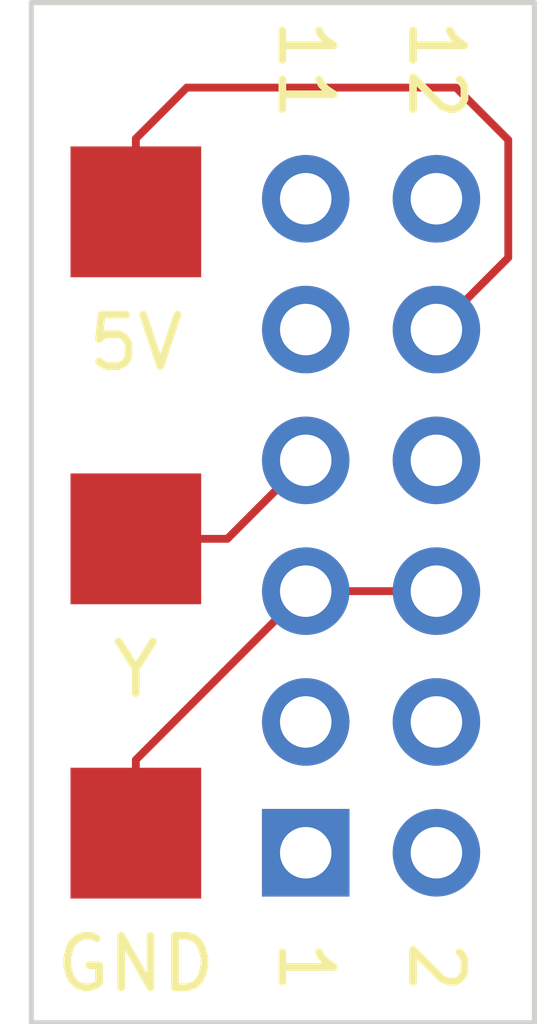
<source format=kicad_pcb>
(kicad_pcb (version 20171130) (host pcbnew "(5.1.5)-3")

  (general
    (thickness 1.6)
    (drawings 8)
    (tracks 13)
    (zones 0)
    (modules 4)
    (nets 12)
  )

  (page A4)
  (layers
    (0 F.Cu signal)
    (31 B.Cu signal)
    (32 B.Adhes user)
    (33 F.Adhes user)
    (34 B.Paste user)
    (35 F.Paste user)
    (36 B.SilkS user)
    (37 F.SilkS user)
    (38 B.Mask user)
    (39 F.Mask user)
    (40 Dwgs.User user)
    (41 Cmts.User user)
    (42 Eco1.User user)
    (43 Eco2.User user)
    (44 Edge.Cuts user)
    (45 Margin user)
    (46 B.CrtYd user)
    (47 F.CrtYd user)
    (48 B.Fab user)
    (49 F.Fab user)
  )

  (setup
    (last_trace_width 0.1524)
    (trace_clearance 0.1524)
    (zone_clearance 0.508)
    (zone_45_only no)
    (trace_min 0.1524)
    (via_size 0.6858)
    (via_drill 0.3302)
    (via_min_size 0.508)
    (via_min_drill 0.254)
    (uvia_size 0.6858)
    (uvia_drill 0.3302)
    (uvias_allowed no)
    (uvia_min_size 0.508)
    (uvia_min_drill 0.254)
    (edge_width 0.05)
    (segment_width 0.2)
    (pcb_text_width 0.3)
    (pcb_text_size 1.5 1.5)
    (mod_edge_width 0.12)
    (mod_text_size 1 1)
    (mod_text_width 0.15)
    (pad_size 1.524 1.524)
    (pad_drill 0.762)
    (pad_to_mask_clearance 0.0508)
    (solder_mask_min_width 0.101)
    (aux_axis_origin 0 0)
    (visible_elements 7FFFFFFF)
    (pcbplotparams
      (layerselection 0x010fc_ffffffff)
      (usegerberextensions false)
      (usegerberattributes false)
      (usegerberadvancedattributes false)
      (creategerberjobfile false)
      (excludeedgelayer true)
      (linewidth 0.100000)
      (plotframeref false)
      (viasonmask false)
      (mode 1)
      (useauxorigin false)
      (hpglpennumber 1)
      (hpglpenspeed 20)
      (hpglpendiameter 15.000000)
      (psnegative false)
      (psa4output false)
      (plotreference true)
      (plotvalue true)
      (plotinvisibletext false)
      (padsonsilk false)
      (subtractmaskfromsilk false)
      (outputformat 1)
      (mirror false)
      (drillshape 1)
      (scaleselection 1)
      (outputdirectory ""))
  )

  (net 0 "")
  (net 1 "Net-(J1-Pad12)")
  (net 2 "Net-(J1-Pad11)")
  (net 3 "Net-(J1-Pad10)")
  (net 4 "Net-(J1-Pad9)")
  (net 5 "Net-(J1-Pad8)")
  (net 6 "Net-(J1-Pad7)")
  (net 7 "Net-(J1-Pad5)")
  (net 8 "Net-(J1-Pad4)")
  (net 9 "Net-(J1-Pad3)")
  (net 10 "Net-(J1-Pad2)")
  (net 11 "Net-(J1-Pad1)")

  (net_class Default "This is the default net class."
    (clearance 0.1524)
    (trace_width 0.1524)
    (via_dia 0.6858)
    (via_drill 0.3302)
    (uvia_dia 0.6858)
    (uvia_drill 0.3302)
    (add_net "Net-(J1-Pad1)")
    (add_net "Net-(J1-Pad10)")
    (add_net "Net-(J1-Pad11)")
    (add_net "Net-(J1-Pad12)")
    (add_net "Net-(J1-Pad2)")
    (add_net "Net-(J1-Pad3)")
    (add_net "Net-(J1-Pad4)")
    (add_net "Net-(J1-Pad5)")
    (add_net "Net-(J1-Pad7)")
    (add_net "Net-(J1-Pad8)")
    (add_net "Net-(J1-Pad9)")
  )

  (module Connector_PinHeader_2.54mm:PinHeader_2x06_P2.54mm_Vertical (layer B.Cu) (tedit 63F28CEB) (tstamp 63F2E761)
    (at 24.892 32.766)
    (descr "Through hole straight pin header, 2x06, 2.54mm pitch, double rows")
    (tags "Through hole pin header THT 2x06 2.54mm double row")
    (path /63F281B9)
    (fp_text reference J1 (at 1.27 1.905) (layer B.Fab)
      (effects (font (size 1 1) (thickness 0.15)) (justify mirror))
    )
    (fp_text value SNES_Multiout (at -0.508 -15.24) (layer B.Fab)
      (effects (font (size 1 1) (thickness 0.15)) (justify mirror))
    )
    (fp_text user %R (at 1.27 -6.35 -90) (layer B.Fab)
      (effects (font (size 1 1) (thickness 0.15)) (justify mirror))
    )
    (fp_line (start -1.27 -13.97) (end -1.27 1.27) (layer B.Fab) (width 0.1))
    (fp_line (start 3.81 -13.97) (end -1.27 -13.97) (layer B.Fab) (width 0.1))
    (fp_line (start 3.81 1.27) (end 3.81 -13.97) (layer B.Fab) (width 0.1))
    (fp_line (start -1.27 1.27) (end 3.81 1.27) (layer B.Fab) (width 0.1))
    (pad 12 thru_hole oval (at 2.54 -12.7) (size 1.7 1.7) (drill 1) (layers *.Cu *.Mask)
      (net 1 "Net-(J1-Pad12)"))
    (pad 11 thru_hole oval (at 0 -12.7) (size 1.7 1.7) (drill 1) (layers *.Cu *.Mask)
      (net 2 "Net-(J1-Pad11)"))
    (pad 10 thru_hole oval (at 2.54 -10.16) (size 1.7 1.7) (drill 1) (layers *.Cu *.Mask)
      (net 3 "Net-(J1-Pad10)"))
    (pad 9 thru_hole oval (at 0 -10.16) (size 1.7 1.7) (drill 1) (layers *.Cu *.Mask)
      (net 4 "Net-(J1-Pad9)"))
    (pad 8 thru_hole oval (at 2.54 -7.62) (size 1.7 1.7) (drill 1) (layers *.Cu *.Mask)
      (net 5 "Net-(J1-Pad8)"))
    (pad 7 thru_hole oval (at 0 -7.62) (size 1.7 1.7) (drill 1) (layers *.Cu *.Mask)
      (net 6 "Net-(J1-Pad7)"))
    (pad 6 thru_hole oval (at 2.54 -5.08) (size 1.7 1.7) (drill 1) (layers *.Cu *.Mask)
      (net 7 "Net-(J1-Pad5)"))
    (pad 5 thru_hole oval (at 0 -5.08) (size 1.7 1.7) (drill 1) (layers *.Cu *.Mask)
      (net 7 "Net-(J1-Pad5)"))
    (pad 4 thru_hole oval (at 2.54 -2.54) (size 1.7 1.7) (drill 1) (layers *.Cu *.Mask)
      (net 8 "Net-(J1-Pad4)"))
    (pad 3 thru_hole oval (at 0 -2.54) (size 1.7 1.7) (drill 1) (layers *.Cu *.Mask)
      (net 9 "Net-(J1-Pad3)"))
    (pad 2 thru_hole oval (at 2.54 0) (size 1.7 1.7) (drill 1) (layers *.Cu *.Mask)
      (net 10 "Net-(J1-Pad2)"))
    (pad 1 thru_hole rect (at 0 0) (size 1.7 1.7) (drill 1) (layers *.Cu *.Mask)
      (net 11 "Net-(J1-Pad1)"))
    (model ${KISYS3DMOD}/Connector_PinHeader_2.54mm.3dshapes/PinHeader_2x06_P2.54mm_Vertical.wrl
      (at (xyz 0 0 0))
      (scale (xyz 1 1 1))
      (rotate (xyz 0 0 0))
    )
  )

  (module Connector_Wire:SolderWirePad_1x01_SMD_5x10mm (layer F.Cu) (tedit 63F28B2E) (tstamp 63F2E77F)
    (at 21.59 32.385)
    (descr "Wire Pad, Square, SMD Pad,  5mm x 10mm,")
    (tags "MesurementPoint Square SMDPad 5mmx10mm ")
    (path /63F28AE3)
    (attr smd virtual)
    (fp_text reference J4 (at 0 -2.286) (layer F.Fab)
      (effects (font (size 1 1) (thickness 0.15)))
    )
    (fp_text value GND (at 0 2.54) (layer F.SilkS)
      (effects (font (size 1 1) (thickness 0.15)))
    )
    (fp_line (start -1.524 -1.524) (end -1.524 1.524) (layer F.CrtYd) (width 0.05))
    (fp_line (start -1.524 1.524) (end 1.524 1.524) (layer F.CrtYd) (width 0.05))
    (fp_line (start 1.524 1.524) (end 1.524 -1.524) (layer F.CrtYd) (width 0.05))
    (fp_line (start 1.524 -1.524) (end -1.524 -1.524) (layer F.CrtYd) (width 0.05))
    (fp_text user %R (at 0 0) (layer F.Fab)
      (effects (font (size 1 1) (thickness 0.15)))
    )
    (pad 1 smd rect (at 0 0) (size 2.54 2.54) (layers F.Cu F.Paste F.Mask)
      (net 7 "Net-(J1-Pad5)"))
  )

  (module Connector_Wire:SolderWirePad_1x01_SMD_5x10mm (layer F.Cu) (tedit 63F28A91) (tstamp 63F2E775)
    (at 21.59 26.67)
    (descr "Wire Pad, Square, SMD Pad,  5mm x 10mm,")
    (tags "MesurementPoint Square SMDPad 5mmx10mm ")
    (path /63F29503)
    (attr smd virtual)
    (fp_text reference J3 (at 0 -2.54) (layer F.Fab)
      (effects (font (size 1 1) (thickness 0.15)))
    )
    (fp_text value Y (at 0 2.54) (layer F.SilkS)
      (effects (font (size 1 1) (thickness 0.15)))
    )
    (fp_line (start -1.524 -1.524) (end -1.524 1.524) (layer F.CrtYd) (width 0.05))
    (fp_line (start -1.524 1.524) (end 1.524 1.524) (layer F.CrtYd) (width 0.05))
    (fp_line (start 1.524 1.524) (end 1.524 -1.524) (layer F.CrtYd) (width 0.05))
    (fp_line (start 1.524 -1.524) (end -1.524 -1.524) (layer F.CrtYd) (width 0.05))
    (fp_text user %R (at 0 0) (layer F.Fab)
      (effects (font (size 1 1) (thickness 0.15)))
    )
    (pad 1 smd rect (at 0 0) (size 2.54 2.54) (layers F.Cu F.Paste F.Mask)
      (net 6 "Net-(J1-Pad7)"))
  )

  (module Connector_Wire:SolderWirePad_1x01_SMD_5x10mm (layer F.Cu) (tedit 63F289E0) (tstamp 63F2E76B)
    (at 21.59 20.32)
    (descr "Wire Pad, Square, SMD Pad,  5mm x 10mm,")
    (tags "MesurementPoint Square SMDPad 5mmx10mm ")
    (path /63F2A268)
    (attr smd virtual)
    (fp_text reference J2 (at 0 -2.54) (layer F.Fab)
      (effects (font (size 1 1) (thickness 0.15)))
    )
    (fp_text value 5V (at 0 2.54) (layer F.SilkS)
      (effects (font (size 1 1) (thickness 0.15)))
    )
    (fp_line (start -1.524 -1.524) (end -1.524 1.524) (layer F.CrtYd) (width 0.05))
    (fp_line (start -1.524 1.524) (end 1.524 1.524) (layer F.CrtYd) (width 0.05))
    (fp_line (start 1.524 1.524) (end 1.524 -1.524) (layer F.CrtYd) (width 0.05))
    (fp_line (start 1.524 -1.524) (end -1.524 -1.524) (layer F.CrtYd) (width 0.05))
    (fp_text user %R (at 0 0) (layer F.Fab)
      (effects (font (size 1 1) (thickness 0.15)))
    )
    (pad 1 smd rect (at 0 0) (size 2.54 2.54) (layers F.Cu F.Paste F.Mask)
      (net 3 "Net-(J1-Pad10)"))
  )

  (gr_line (start 29.337 16.256) (end 29.337 36.068) (layer Edge.Cuts) (width 0.1))
  (gr_line (start 19.558 16.256) (end 29.337 16.256) (layer Edge.Cuts) (width 0.1))
  (gr_line (start 19.558 36.068) (end 19.558 16.256) (layer Edge.Cuts) (width 0.1))
  (gr_line (start 29.337 36.068) (end 19.558 36.068) (layer Edge.Cuts) (width 0.1))
  (gr_text 2 (at 27.432 35.56 -90) (layer F.SilkS)
    (effects (font (size 1 1) (thickness 0.15)) (justify right))
  )
  (gr_text 1 (at 24.892 35.56 -90) (layer F.SilkS)
    (effects (font (size 1 1) (thickness 0.15)) (justify right))
  )
  (gr_text 12 (at 27.432 16.51 -90) (layer F.SilkS)
    (effects (font (size 1 1) (thickness 0.15)) (justify left))
  )
  (gr_text 11 (at 24.892 16.51 -90) (layer F.SilkS)
    (effects (font (size 1 1) (thickness 0.15)) (justify left))
  )

  (segment (start 28.829 21.209) (end 27.432 22.606) (width 0.1524) (layer F.Cu) (net 3))
  (segment (start 21.59 18.8976) (end 22.5806 17.907) (width 0.1524) (layer F.Cu) (net 3))
  (segment (start 21.59 20.32) (end 21.59 18.8976) (width 0.1524) (layer F.Cu) (net 3))
  (segment (start 22.5806 17.907) (end 27.813 17.907) (width 0.1524) (layer F.Cu) (net 3))
  (segment (start 27.813 17.907) (end 28.829 18.923) (width 0.1524) (layer F.Cu) (net 3))
  (segment (start 28.829 18.923) (end 28.829 21.209) (width 0.1524) (layer F.Cu) (net 3))
  (segment (start 23.368 26.67) (end 24.892 25.146) (width 0.1524) (layer F.Cu) (net 6))
  (segment (start 21.59 26.67) (end 23.368 26.67) (width 0.1524) (layer F.Cu) (net 6))
  (segment (start 26.737919 27.686) (end 25.4 27.686) (width 0.1524) (layer F.Cu) (net 7))
  (segment (start 27.94 27.686) (end 26.737919 27.686) (width 0.1524) (layer F.Cu) (net 7))
  (segment (start 24.8666 27.686) (end 24.892 27.686) (width 0.1524) (layer F.Cu) (net 7))
  (segment (start 21.59 30.9626) (end 24.8666 27.686) (width 0.1524) (layer F.Cu) (net 7))
  (segment (start 21.59 32.385) (end 21.59 30.9626) (width 0.1524) (layer F.Cu) (net 7))

)

</source>
